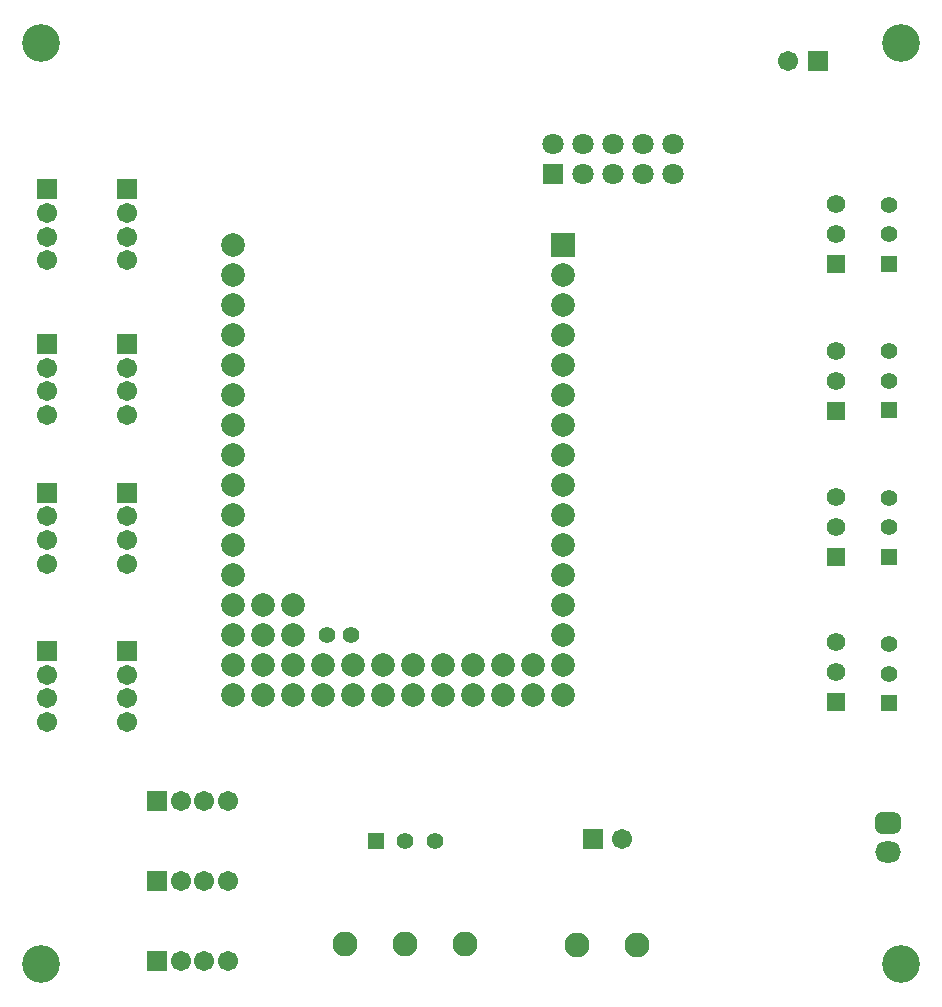
<source format=gbs>
G04*
G04 #@! TF.GenerationSoftware,Altium Limited,Altium Designer,20.1.8 (145)*
G04*
G04 Layer_Color=16711935*
%FSLAX25Y25*%
%MOIN*%
G70*
G04*
G04 #@! TF.SameCoordinates,270EA023-51AB-43D7-A289-41EC75A4802A*
G04*
G04*
G04 #@! TF.FilePolarity,Negative*
G04*
G01*
G75*
%ADD38R,0.06181X0.06181*%
%ADD39C,0.06181*%
%ADD40R,0.05512X0.05512*%
%ADD41C,0.05512*%
%ADD42R,0.06706X0.06706*%
%ADD43C,0.06706*%
%ADD44C,0.07099*%
%ADD45R,0.07099X0.07099*%
%ADD46R,0.06706X0.06706*%
%ADD47C,0.08280*%
G04:AMPARAMS|DCode=48|XSize=86.74mil|YSize=70.99mil|CornerRadius=19.75mil|HoleSize=0mil|Usage=FLASHONLY|Rotation=0.000|XOffset=0mil|YOffset=0mil|HoleType=Round|Shape=RoundedRectangle|*
%AMROUNDEDRECTD48*
21,1,0.08674,0.03150,0,0,0.0*
21,1,0.04724,0.07099,0,0,0.0*
1,1,0.03950,0.02362,-0.01575*
1,1,0.03950,-0.02362,-0.01575*
1,1,0.03950,-0.02362,0.01575*
1,1,0.03950,0.02362,0.01575*
%
%ADD48ROUNDEDRECTD48*%
%ADD49O,0.08674X0.07099*%
%ADD50R,0.05512X0.05512*%
%ADD51R,0.07887X0.07887*%
%ADD52C,0.07887*%
%ADD53C,0.05524*%
%ADD54C,0.12611*%
D38*
X276772Y99055D02*
D03*
Y196299D02*
D03*
Y147480D02*
D03*
Y245118D02*
D03*
D39*
Y109055D02*
D03*
Y119055D02*
D03*
Y206299D02*
D03*
Y216299D02*
D03*
Y157480D02*
D03*
Y167480D02*
D03*
Y255118D02*
D03*
Y265118D02*
D03*
D40*
X294488Y98819D02*
D03*
Y147638D02*
D03*
Y196457D02*
D03*
Y245276D02*
D03*
D41*
Y108661D02*
D03*
Y118504D02*
D03*
Y167323D02*
D03*
Y157480D02*
D03*
Y216142D02*
D03*
Y206299D02*
D03*
Y264961D02*
D03*
Y255118D02*
D03*
X142913Y52756D02*
D03*
X133071D02*
D03*
D42*
X270630Y312992D02*
D03*
X195669Y53543D02*
D03*
X13780Y116142D02*
D03*
X13780Y270079D02*
D03*
X13780Y218504D02*
D03*
X40354Y116142D02*
D03*
X40354Y270079D02*
D03*
X40354Y218504D02*
D03*
X13780Y168898D02*
D03*
X40354D02*
D03*
D43*
X260787Y312992D02*
D03*
X66142Y66338D02*
D03*
X58268D02*
D03*
X74016D02*
D03*
X205512Y53543D02*
D03*
X66142Y12794D02*
D03*
X58268D02*
D03*
X74016D02*
D03*
X13780Y100394D02*
D03*
Y108268D02*
D03*
Y92520D02*
D03*
X13780Y254331D02*
D03*
Y262205D02*
D03*
Y246457D02*
D03*
X13780Y202756D02*
D03*
Y210630D02*
D03*
Y194882D02*
D03*
X40354Y92520D02*
D03*
Y108268D02*
D03*
Y100394D02*
D03*
X40354Y246457D02*
D03*
Y262205D02*
D03*
Y254331D02*
D03*
X40354Y202756D02*
D03*
Y210630D02*
D03*
Y194882D02*
D03*
X66142Y39566D02*
D03*
X58268D02*
D03*
X74016D02*
D03*
X13780Y153150D02*
D03*
Y161024D02*
D03*
Y145276D02*
D03*
X40354Y153150D02*
D03*
Y161024D02*
D03*
Y145276D02*
D03*
D44*
X222441Y275039D02*
D03*
X212441D02*
D03*
X222441Y285039D02*
D03*
X212441D02*
D03*
X202441Y275039D02*
D03*
Y285039D02*
D03*
X192441D02*
D03*
Y275039D02*
D03*
X182441Y285039D02*
D03*
D45*
Y275039D02*
D03*
D46*
X50394Y66338D02*
D03*
Y12794D02*
D03*
Y39566D02*
D03*
D47*
X112958Y18504D02*
D03*
X132958D02*
D03*
X152958D02*
D03*
X210394Y18110D02*
D03*
X190394D02*
D03*
D48*
X294094Y58858D02*
D03*
D49*
Y49016D02*
D03*
D50*
X123228Y52756D02*
D03*
D51*
X185827Y251378D02*
D03*
D52*
Y241378D02*
D03*
Y231378D02*
D03*
Y221378D02*
D03*
Y211378D02*
D03*
Y201378D02*
D03*
Y191378D02*
D03*
Y181378D02*
D03*
Y171378D02*
D03*
Y161378D02*
D03*
Y151378D02*
D03*
Y141378D02*
D03*
Y131378D02*
D03*
Y121378D02*
D03*
Y111378D02*
D03*
Y101378D02*
D03*
X75590Y181378D02*
D03*
Y121378D02*
D03*
Y251378D02*
D03*
Y221378D02*
D03*
Y241378D02*
D03*
Y201378D02*
D03*
Y211378D02*
D03*
Y161378D02*
D03*
Y171378D02*
D03*
Y141378D02*
D03*
Y101378D02*
D03*
Y231378D02*
D03*
Y191378D02*
D03*
Y151378D02*
D03*
Y111378D02*
D03*
X165827Y101378D02*
D03*
X105827D02*
D03*
X145827D02*
D03*
X155827D02*
D03*
X115827D02*
D03*
X125827D02*
D03*
X85827D02*
D03*
X175827D02*
D03*
X135827D02*
D03*
X95827D02*
D03*
X165827Y111378D02*
D03*
X105827D02*
D03*
X145827D02*
D03*
X155827D02*
D03*
X115827D02*
D03*
X125827D02*
D03*
X85827D02*
D03*
X175827D02*
D03*
X135827D02*
D03*
X95827D02*
D03*
X85827Y121378D02*
D03*
X95827D02*
D03*
X75590Y131378D02*
D03*
X95827D02*
D03*
X85827D02*
D03*
D53*
X107087Y121378D02*
D03*
X114961D02*
D03*
D54*
X11811Y11811D02*
D03*
X298425D02*
D03*
X11811Y318898D02*
D03*
X298425D02*
D03*
M02*

</source>
